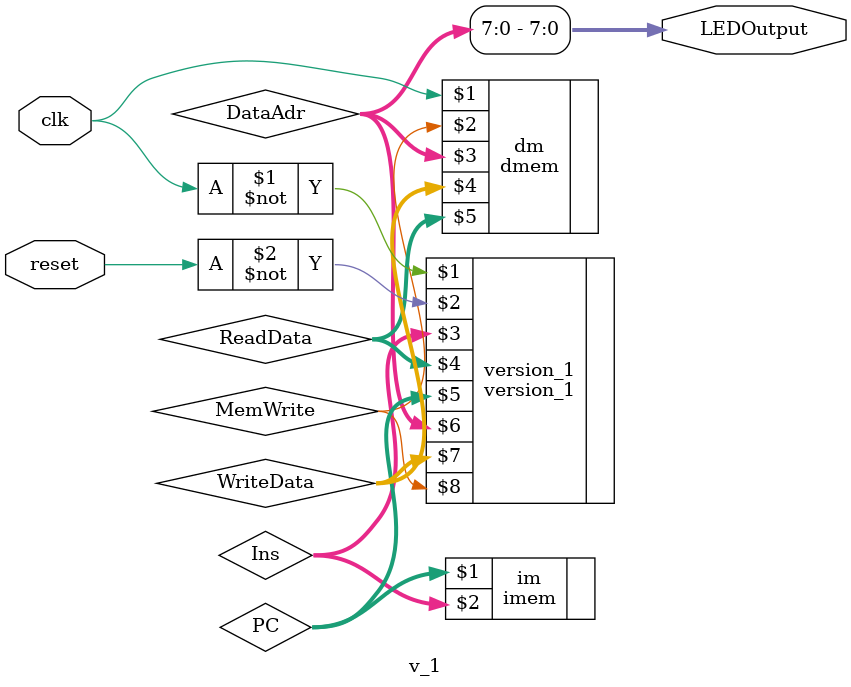
<source format=sv>
module v_1 (input logic clk, reset,
	output logic [7:0] LEDOutput); //define i/o

logic [31:0] PC, ReadData, DataAdr, WriteData, Ins;
logic MemWrite;

assign LEDOutput = DataAdr[7:0];

version_1 version_1(~clk, ~reset, Ins, ReadData, PC, DataAdr, WriteData, MemWrite);

imem im(PC, Ins);
dmem dm(clk, MemWrite, DataAdr, WriteData, ReadData);

endmodule

</source>
